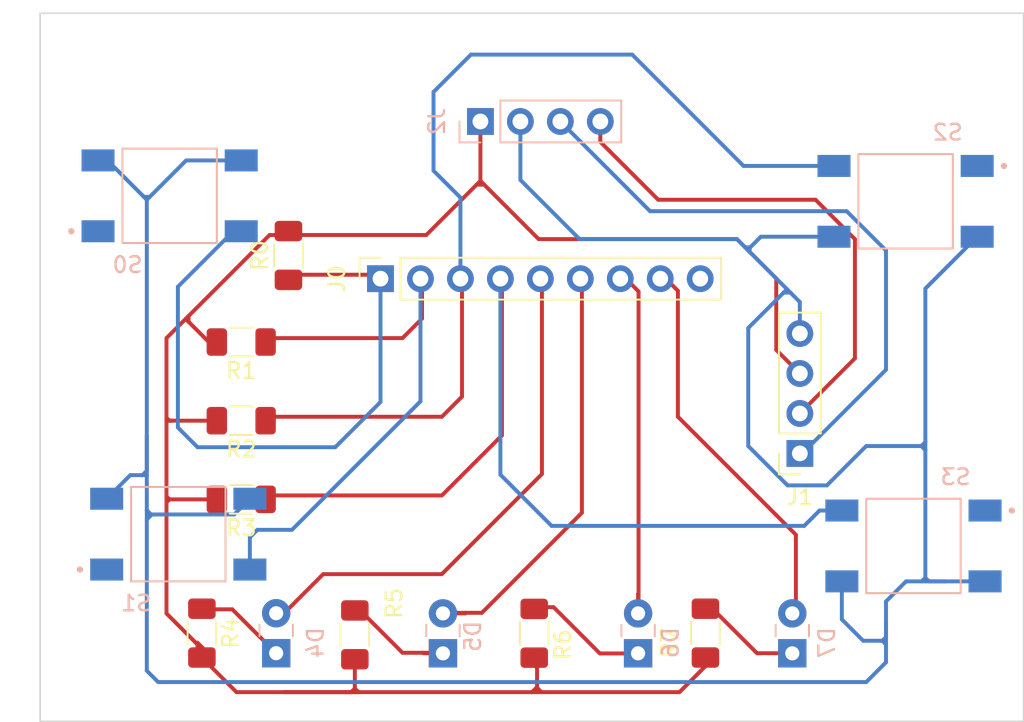
<source format=kicad_pcb>
(kicad_pcb (version 20211014) (generator pcbnew)
  (layers (0 "F.Cu" signal) (31 "B.Cu" signal) (34 "B.Paste" user) (35 "F.Paste" user) (36 "B.SilkS" user "B.Silkscreen") (37 "F.SilkS" user "F.Silkscreen") (38 "B.Mask" user) (39 "F.Mask" user) (44 "Edge.Cuts" user))
  (net 0 "")
  (net 1 "Net-(D4-Pad1)")
  (net 2 "Net-(D4-Pad2)")
  (net 3 "Net-(D5-Pad1)")
  (net 4 "Net-(D5-Pad2)")
  (net 5 "Net-(D6-Pad1)")
  (net 6 "Net-(D6-Pad2)")
  (net 7 "Net-(D7-Pad1)")
  (net 8 "Net-(D7-Pad2)")
  (net 9 "Net-(J0-Pad1)")
  (net 10 "Net-(J0-Pad2)")
  (net 11 "Net-(J0-Pad3)")
  (net 12 "Net-(J0-Pad4)")
  (net 14 "/SCL")
  (net 15 "Net-(J1-Pad2)")
  (net 16 "GND")
  (net 17 "VCC")
  (footprint "Connector_PinSocket_2.54mm:PinSocket_1x09_P2.54mm_Vertical" (layer "F.Cu") (at 36.63 31.865 90)
    (fp_text reference "J0" (at 0 -2.77 90) (layer "F.SilkS"))
    (fp_text value "Conn_01x09_Female")
    (fp_line (start 1.33 1.27) (end 1.33 21.65) (layer "F.SilkS") (width 0.12))
    (fp_line (start -1.33 1.27) (end -1.33 21.65) (layer "F.SilkS") (width 0.12))
    (fp_line (start -1.33 21.65) (end 1.33 21.65) (layer "F.SilkS") (width 0.12))
    (fp_line (start 0 -1.33) (end 1.33 -1.33) (layer "F.SilkS") (width 0.12))
    (fp_line (start -1.33 1.27) (end 1.33 1.27) (layer "F.SilkS") (width 0.12))
    (fp_line (start 1.33 -1.33) (end 1.33 0) (layer "F.SilkS") (width 0.12))
    (pad "1" thru_hole rect (at 0 0 90) (size 1.7 1.7) (drill 1) (layers *.Cu *.Mask) (net 9 "Net-(J0-Pad1)"))
    (pad "2" thru_hole oval (at 0 2.54 90) (size 1.7 1.7) (drill 1) (layers *.Cu *.Mask) (net 10 "Net-(J0-Pad2)"))
    (pad "3" thru_hole oval (at 0 5.08 90) (size 1.7 1.7) (drill 1) (layers *.Cu *.Mask) (net 11 "Net-(J0-Pad3)"))
    (pad "4" thru_hole oval (at 0 7.62 90) (size 1.7 1.7) (drill 1) (layers *.Cu *.Mask) (net 12 "Net-(J0-Pad4)"))
    (pad "5" thru_hole oval (at 0 10.16 90) (size 1.7 1.7) (drill 1) (layers *.Cu *.Mask) (net 2 "Net-(D4-Pad2)"))
    (pad "6" thru_hole oval (at 0 12.7 90) (size 1.7 1.7) (drill 1) (layers *.Cu *.Mask) (net 4 "Net-(D5-Pad2)"))
    (pad "7" thru_hole oval (at 0 15.24 90) (size 1.7 1.7) (drill 1) (layers *.Cu *.Mask) (net 6 "Net-(D6-Pad2)"))
    (pad "8" thru_hole oval (at 0 17.78 90) (size 1.7 1.7) (drill 1) (layers *.Cu *.Mask) (net 8 "Net-(D7-Pad2)"))
    (pad "9" thru_hole oval (at 0 20.32 90) (size 1.7 1.7) (drill 1) (layers *.Cu *.Mask))
  )
  (footprint "Resistor_SMD:R_1206_3216Metric_Pad1.30x1.75mm_HandSolder" (layer "F.Cu") (at 27.78 40.89 180)
    (fp_text reference "R2" (at 0 -1.82) (layer "F.SilkS"))
    (fp_text value "10k")
    (fp_line (start -0.727064 -0.91) (end 0.727064 -0.91) (layer "F.SilkS") (width 0.12))
    (fp_line (start -0.727064 0.91) (end 0.727064 0.91) (layer "F.SilkS") (width 0.12))
    (pad "1" smd roundrect (at -1.55 0 180) (size 1.3 1.75) (layers "F.Cu" "F.Paste" "F.Mask") (roundrect_rratio 0.192308) (net 11 "Net-(J0-Pad3)"))
    (pad "2" smd roundrect (at 1.55 0 180) (size 1.3 1.75) (layers "F.Cu" "F.Paste" "F.Mask") (roundrect_rratio 0.192308) (net 16 "GND"))
  )
  (footprint "Connector_PinSocket_2.54mm:PinSocket_1x04_P2.54mm_Vertical" (layer "F.Cu") (at 63.28 42.97 180)
    (fp_text reference "J1" (at 0 -2.77) (layer "F.SilkS"))
    (fp_text value "Conn_01x04_Female")
    (fp_line (start 1.33 -1.33) (end 1.33 0) (layer "F.SilkS") (width 0.12))
    (fp_line (start 0 -1.33) (end 1.33 -1.33) (layer "F.SilkS") (width 0.12))
    (fp_line (start -1.33 8.95) (end 1.33 8.95) (layer "F.SilkS") (width 0.12))
    (fp_line (start -1.33 1.27) (end -1.33 8.95) (layer "F.SilkS") (width 0.12))
    (fp_line (start 1.33 1.27) (end 1.33 8.95) (layer "F.SilkS") (width 0.12))
    (fp_line (start -1.33 1.27) (end 1.33 1.27) (layer "F.SilkS") (width 0.12))
    (pad "1" thru_hole rect (at 0 0 180) (size 1.7 1.7) (drill 1) (layers *.Cu *.Mask) (net 14 "/SCL"))
    (pad "2" thru_hole oval (at 0 2.54 180) (size 1.7 1.7) (drill 1) (layers *.Cu *.Mask) (net 15 "Net-(J1-Pad2)"))
    (pad "3" thru_hole oval (at 0 5.08 180) (size 1.7 1.7) (drill 1) (layers *.Cu *.Mask) (net 16 "GND"))
    (pad "4" thru_hole oval (at 0 7.62 180) (size 1.7 1.7) (drill 1) (layers *.Cu *.Mask) (net 17 "VCC"))
  )
  (footprint "Resistor_SMD:R_1206_3216Metric_Pad1.30x1.75mm_HandSolder" (layer "F.Cu") (at 25.28 54.39 -90)
    (fp_text reference "R4" (at 0 -1.82 90) (layer "F.SilkS"))
    (fp_text value "10k")
    (fp_line (start -0.727064 0.91) (end 0.727064 0.91) (layer "F.SilkS") (width 0.12))
    (fp_line (start -0.727064 -0.91) (end 0.727064 -0.91) (layer "F.SilkS") (width 0.12))
    (pad "1" smd roundrect (at -1.55 0 270) (size 1.3 1.75) (layers "F.Cu" "F.Paste" "F.Mask") (roundrect_rratio 0.192308) (net 1 "Net-(D4-Pad1)"))
    (pad "2" smd roundrect (at 1.55 0 270) (size 1.3 1.75) (layers "F.Cu" "F.Paste" "F.Mask") (roundrect_rratio 0.192308) (net 16 "GND"))
  )
  (footprint "Resistor_SMD:R_1206_3216Metric_Pad1.30x1.75mm_HandSolder" (layer "F.Cu") (at 46.4 54.4 -90)
    (fp_text reference "R6" (at 0.727064 -1.82 90) (layer "F.SilkS"))
    (fp_text value "10k")
    (fp_line (start -0.727064 0.91) (end 0.727064 0.91) (layer "F.SilkS") (width 0.12))
    (fp_line (start -0.727064 -0.91) (end 0.727064 -0.91) (layer "F.SilkS") (width 0.12))
    (pad "1" smd roundrect (at -1.55 0 270) (size 1.3 1.75) (layers "F.Cu" "F.Paste" "F.Mask") (roundrect_rratio 0.192308) (net 5 "Net-(D6-Pad1)"))
    (pad "2" smd roundrect (at 1.55 0 270) (size 1.3 1.75) (layers "F.Cu" "F.Paste" "F.Mask") (roundrect_rratio 0.192308) (net 16 "GND"))
  )
  (footprint "Resistor_SMD:R_1206_3216Metric_Pad1.30x1.75mm_HandSolder" (layer "F.Cu") (at 57.28 54.39 -90)
    (fp_text reference "R7" (at 0.61 2.28 90) (layer "F.SilkS"))
    (fp_text value "10k")
    (fp_line (start -0.727064 -0.91) (end 0.727064 -0.91) (layer "F.SilkS") (width 0.12))
    (fp_line (start -0.727064 0.91) (end 0.727064 0.91) (layer "F.SilkS") (width 0.12))
    (pad "1" smd roundrect (at -1.55 0 270) (size 1.3 1.75) (layers "F.Cu" "F.Paste" "F.Mask") (roundrect_rratio 0.192308) (net 7 "Net-(D7-Pad1)"))
    (pad "2" smd roundrect (at 1.55 0 270) (size 1.3 1.75) (layers "F.Cu" "F.Paste" "F.Mask") (roundrect_rratio 0.192308) (net 16 "GND"))
  )
  (footprint "Resistor_SMD:R_1206_3216Metric_Pad1.30x1.75mm_HandSolder" (layer "F.Cu") (at 27.78 45.89 180)
    (fp_text reference "R3" (at 0 -1.82) (layer "F.SilkS"))
    (fp_text value "10k")
    (fp_line (start -0.727064 -0.91) (end 0.727064 -0.91) (layer "F.SilkS") (width 0.12))
    (fp_line (start -0.727064 0.91) (end 0.727064 0.91) (layer "F.SilkS") (width 0.12))
    (pad "1" smd roundrect (at -1.55 0 180) (size 1.3 1.75) (layers "F.Cu" "F.Paste" "F.Mask") (roundrect_rratio 0.192308) (net 12 "Net-(J0-Pad4)"))
    (pad "2" smd roundrect (at 1.55 0 180) (size 1.3 1.75) (layers "F.Cu" "F.Paste" "F.Mask") (roundrect_rratio 0.192308) (net 16 "GND"))
  )
  (footprint "Resistor_SMD:R_1206_3216Metric_Pad1.30x1.75mm_HandSolder" (layer "F.Cu") (at 30.78 30.39 90)
    (fp_text reference "R0" (at 0 -1.82 90) (layer "F.SilkS"))
    (fp_text value "10k")
    (fp_line (start -0.727064 0.91) (end 0.727064 0.91) (layer "F.SilkS") (width 0.12))
    (fp_line (start -0.727064 -0.91) (end 0.727064 -0.91) (layer "F.SilkS") (width 0.12))
    (pad "1" smd roundrect (at -1.55 0 90) (size 1.3 1.75) (layers "F.Cu" "F.Paste" "F.Mask") (roundrect_rratio 0.192308) (net 9 "Net-(J0-Pad1)"))
    (pad "2" smd roundrect (at 1.55 0 90) (size 1.3 1.75) (layers "F.Cu" "F.Paste" "F.Mask") (roundrect_rratio 0.192308) (net 16 "GND"))
  )
  (footprint "Resistor_SMD:R_1206_3216Metric_Pad1.30x1.75mm_HandSolder" (layer "F.Cu") (at 35 54.5 -90)
    (fp_text reference "R5" (at -2 -2.5 90) (layer "F.SilkS"))
    (fp_text value "10k")
    (fp_line (start -0.727064 -0.91) (end 0.727064 -0.91) (layer "F.SilkS") (width 0.12))
    (fp_line (start -0.727064 0.91) (end 0.727064 0.91) (layer "F.SilkS") (width 0.12))
    (pad "1" smd roundrect (at -1.55 0 270) (size 1.3 1.75) (layers "F.Cu" "F.Paste" "F.Mask") (roundrect_rratio 0.192308) (net 3 "Net-(D5-Pad1)"))
    (pad "2" smd roundrect (at 1.55 0 270) (size 1.3 1.75) (layers "F.Cu" "F.Paste" "F.Mask") (roundrect_rratio 0.192308) (net 16 "GND"))
  )
  (footprint "Resistor_SMD:R_1206_3216Metric_Pad1.30x1.75mm_HandSolder" (layer "F.Cu") (at 27.78 35.89 180)
    (fp_text reference "R1" (at 0 -1.82) (layer "F.SilkS"))
    (fp_text value "10k")
    (fp_line (start -0.727064 -0.91) (end 0.727064 -0.91) (layer "F.SilkS") (width 0.12))
    (fp_line (start -0.727064 0.91) (end 0.727064 0.91) (layer "F.SilkS") (width 0.12))
    (pad "1" smd roundrect (at -1.55 0 180) (size 1.3 1.75) (layers "F.Cu" "F.Paste" "F.Mask") (roundrect_rratio 0.192308) (net 10 "Net-(J0-Pad2)"))
    (pad "2" smd roundrect (at 1.55 0 180) (size 1.3 1.75) (layers "F.Cu" "F.Paste" "F.Mask") (roundrect_rratio 0.192308) (net 16 "GND"))
  )
  (footprint "LED_THT:LED_Rectangular_W3.0mm_H2.0mm" (layer "B.Cu") (at 30 55.665 90)
    (fp_text reference "D4" (at 0.665 2.5 90) (layer "B.SilkS") (effects (justify mirror)))
    (fp_text value "LED")
    (fp_line (start 1.08 1.06) (end 1.811 1.06) (layer "B.SilkS") (width 0.12))
    (fp_line (start 1.08 -1.06) (end 1.811 -1.06) (layer "B.SilkS") (width 0.12))
    (pad "1" thru_hole rect (at 0 0 90) (size 1.8 1.8) (drill 0.9) (layers *.Cu *.Mask) (net 1 "Net-(D4-Pad1)"))
    (pad "2" thru_hole circle (at 2.54 0 90) (size 1.8 1.8) (drill 0.9) (layers *.Cu *.Mask) (net 2 "Net-(D4-Pad2)"))
  )
  (footprint "KiCad:SW_TS04-66-55-BK-160-SMT" (layer "B.Cu") (at 70.5 48.85 180)
    (fp_text reference "S3" (at -2.675 4.385) (layer "B.SilkS") (effects (justify mirror)))
    (fp_text value "TS04-66-55-BK-160-SMT")
    (fp_line (start -3 -3) (end 3 -3) (layer "B.SilkS") (width 0.127))
    (fp_line (start -3 3) (end -3 -3) (layer "B.SilkS") (width 0.127))
    (fp_line (start 3 3) (end -3 3) (layer "B.SilkS") (width 0.127))
    (fp_line (start 3 -3) (end 3 3) (layer "B.SilkS") (width 0.127))
    (fp_circle (center -6.25 2.25) (end -6.15 2.25) (layer "B.SilkS") (width 0.2) (fill none))
    (pad "1" smd rect locked (at -4.55 2.25 180) (size 2.1 1.4) (layers "B.Cu" "B.Paste" "B.Mask"))
    (pad "2" smd rect locked (at -4.55 -2.25 180) (size 2.1 1.4) (layers "B.Cu" "B.Paste" "B.Mask") (net 17 "VCC"))
    (pad "3" smd rect locked (at 4.55 2.25 180) (size 2.1 1.4) (layers "B.Cu" "B.Paste" "B.Mask") (net 12 "Net-(J0-Pad4)"))
    (pad "4" smd rect locked (at 4.55 -2.25 180) (size 2.1 1.4) (layers "B.Cu" "B.Paste" "B.Mask") (net 17 "VCC"))
  )
  (footprint "Connector_PinSocket_2.54mm:PinSocket_1x04_P2.54mm_Vertical" (layer "B.Cu") (at 42.98 21.875 -90)
    (fp_text reference "J2" (at 0 2.77 90) (layer "B.SilkS") (effects (justify mirror)))
    (fp_text value "Conn_01x04_Female")
    (fp_line (start 1.33 1.33) (end 1.33 0) (layer "B.SilkS") (width 0.12))
    (fp_line (start -1.33 -8.95) (end 1.33 -8.95) (layer "B.SilkS") (width 0.12))
    (fp_line (start 1.33 -1.27) (end 1.33 -8.95) (layer "B.SilkS") (width 0.12))
    (fp_line (start 0 1.33) (end 1.33 1.33) (layer "B.SilkS") (width 0.12))
    (fp_line (start -1.33 -1.27) (end 1.33 -1.27) (layer "B.SilkS") (width 0.12))
    (fp_line (start -1.33 -1.27) (end -1.33 -8.95) (layer "B.SilkS") (width 0.12))
    (pad "1" thru_hole rect (at 0 0 270) (size 1.7 1.7) (drill 1) (layers *.Cu *.Mask) (net 16 "GND"))
    (pad "2" thru_hole oval (at 0 -2.54 270) (size 1.7 1.7) (drill 1) (layers *.Cu *.Mask) (net 17 "VCC"))
    (pad "3" thru_hole oval (at 0 -5.08 270) (size 1.7 1.7) (drill 1) (layers *.Cu *.Mask) (net 14 "/SCL"))
    (pad "4" thru_hole oval (at 0 -7.62 270) (size 1.7 1.7) (drill 1) (layers *.Cu *.Mask) (net 15 "Net-(J1-Pad2)"))
  )
  (footprint "LED_THT:LED_Rectangular_W3.0mm_H2.0mm" (layer "B.Cu") (at 53 55.675 90)
    (fp_text reference "D6" (at 0.675 2.06 90) (layer "B.SilkS") (effects (justify mirror)))
    (fp_text value "LED")
    (fp_line (start 1.08 -1.06) (end 1.811 -1.06) (layer "B.SilkS") (width 0.12))
    (fp_line (start 1.08 1.06) (end 1.811 1.06) (layer "B.SilkS") (width 0.12))
    (pad "1" thru_hole rect (at 0 0 90) (size 1.8 1.8) (drill 0.9) (layers *.Cu *.Mask) (net 5 "Net-(D6-Pad1)"))
    (pad "2" thru_hole circle (at 2.54 0 90) (size 1.8 1.8) (drill 0.9) (layers *.Cu *.Mask) (net 6 "Net-(D6-Pad2)"))
  )
  (footprint "LED_THT:LED_Rectangular_W3.0mm_H2.0mm" (layer "B.Cu") (at 40.6 55.675 90)
    (fp_text reference "D5" (at 1.08 1.9 90) (layer "B.SilkS") (effects (justify mirror)))
    (fp_text value "LED")
    (fp_line (start 1.08 -1.06) (end 1.811 -1.06) (layer "B.SilkS") (width 0.12))
    (fp_line (start 1.08 1.06) (end 1.811 1.06) (layer "B.SilkS") (width 0.12))
    (pad "1" thru_hole rect (at 0 0 90) (size 1.8 1.8) (drill 0.9) (layers *.Cu *.Mask) (net 3 "Net-(D5-Pad1)"))
    (pad "2" thru_hole circle (at 2.54 0 90) (size 1.8 1.8) (drill 0.9) (layers *.Cu *.Mask) (net 4 "Net-(D5-Pad2)"))
  )
  (footprint "KiCad:SW_TS04-66-55-BK-160-SMT" (layer "B.Cu") (at 23.78 48.1)
    (fp_text reference "S1" (at -2.675 4.385) (layer "B.SilkS") (effects (justify mirror)))
    (fp_text value "TS04-66-55-BK-160-SMT")
    (fp_line (start 3 -3) (end 3 3) (layer "B.SilkS") (width 0.127))
    (fp_line (start -3 -3) (end 3 -3) (layer "B.SilkS") (width 0.127))
    (fp_line (start 3 3) (end -3 3) (layer "B.SilkS") (width 0.127))
    (fp_line (start -3 3) (end -3 -3) (layer "B.SilkS") (width 0.127))
    (fp_circle (center -6.25 2.25) (end -6.15 2.25) (layer "B.SilkS") (width 0.2) (fill none))
    (pad "1" smd rect locked (at -4.55 2.25) (size 2.1 1.4) (layers "B.Cu" "B.Paste" "B.Mask"))
    (pad "2" smd rect locked (at -4.55 -2.25) (size 2.1 1.4) (layers "B.Cu" "B.Paste" "B.Mask") (net 17 "VCC"))
    (pad "3" smd rect locked (at 4.55 2.25) (size 2.1 1.4) (layers "B.Cu" "B.Paste" "B.Mask") (net 10 "Net-(J0-Pad2)"))
    (pad "4" smd rect locked (at 4.55 -2.25) (size 2.1 1.4) (layers "B.Cu" "B.Paste" "B.Mask") (net 17 "VCC"))
  )
  (footprint "KiCad:SW_TS04-66-55-BK-160-SMT" (layer "B.Cu") (at 23.23 26.6)
    (fp_text reference "S0" (at -2.675 4.385) (layer "B.SilkS") (effects (justify mirror)))
    (fp_text value "TS04-66-55-BK-160-SMT")
    (fp_line (start 3 -3) (end 3 3) (layer "B.SilkS") (width 0.127))
    (fp_line (start -3 3) (end -3 -3) (layer "B.SilkS") (width 0.127))
    (fp_line (start -3 -3) (end 3 -3) (layer "B.SilkS") (width 0.127))
    (fp_line (start 3 3) (end -3 3) (layer "B.SilkS") (width 0.127))
    (fp_circle (center -6.25 2.25) (end -6.15 2.25) (layer "B.SilkS") (width 0.2) (fill none))
    (pad "1" smd rect locked (at -4.55 2.25) (size 2.1 1.4) (layers "B.Cu" "B.Paste" "B.Mask"))
    (pad "2" smd rect locked (at -4.55 -2.25) (size 2.1 1.4) (layers "B.Cu" "B.Paste" "B.Mask") (net 17 "VCC"))
    (pad "3" smd rect locked (at 4.55 2.25) (size 2.1 1.4) (layers "B.Cu" "B.Paste" "B.Mask") (net 9 "Net-(J0-Pad1)"))
    (pad "4" smd rect locked (at 4.55 -2.25) (size 2.1 1.4) (layers "B.Cu" "B.Paste" "B.Mask") (net 17 "VCC"))
  )
  (footprint "LED_THT:LED_Rectangular_W3.0mm_H2.0mm" (layer "B.Cu") (at 62.8 55.675 90)
    (fp_text reference "D7" (at 0.675 2.2 90) (layer "B.SilkS") (effects (justify mirror)))
    (fp_text value "LED")
    (fp_line (start 1.08 -1.06) (end 1.811 -1.06) (layer "B.SilkS") (width 0.12))
    (fp_line (start 1.08 1.06) (end 1.811 1.06) (layer "B.SilkS") (width 0.12))
    (pad "1" thru_hole rect (at 0 0 90) (size 1.8 1.8) (drill 0.9) (layers *.Cu *.Mask) (net 7 "Net-(D7-Pad1)"))
    (pad "2" thru_hole circle (at 2.54 0 90) (size 1.8 1.8) (drill 0.9) (layers *.Cu *.Mask) (net 8 "Net-(D7-Pad2)"))
  )
  (footprint "KiCad:SW_TS04-66-55-BK-160-SMT" (layer "B.Cu") (at 70 26.95 180)
    (fp_text reference "S2" (at -2.675 4.385) (layer "B.SilkS") (effects (justify mirror)))
    (fp_text value "TS04-66-55-BK-160-SMT")
    (fp_line (start 3 -3) (end 3 3) (layer "B.SilkS") (width 0.127))
    (fp_line (start 3 3) (end -3 3) (layer "B.SilkS") (width 0.127))
    (fp_line (start -3 3) (end -3 -3) (layer "B.SilkS") (width 0.127))
    (fp_line (start -3 -3) (end 3 -3) (layer "B.SilkS") (width 0.127))
    (fp_circle (center -6.25 2.25) (end -6.15 2.25) (layer "B.SilkS") (width 0.2) (fill none))
    (pad "1" smd rect locked (at -4.55 2.25 180) (size 2.1 1.4) (layers "B.Cu" "B.Paste" "B.Mask"))
    (pad "2" smd rect locked (at -4.55 -2.25 180) (size 2.1 1.4) (layers "B.Cu" "B.Paste" "B.Mask") (net 17 "VCC"))
    (pad "3" smd rect locked (at 4.55 2.25 180) (size 2.1 1.4) (layers "B.Cu" "B.Paste" "B.Mask") (net 11 "Net-(J0-Pad3)"))
    (pad "4" smd rect locked (at 4.55 -2.25 180) (size 2.1 1.4) (layers "B.Cu" "B.Paste" "B.Mask") (net 17 "VCC"))
  )
  (gr_rect (start 15 15) (end 77.5 60) (layer "Edge.Cuts") (width 0.1) (fill none))
  (gr_rect (start 12.5 15) (end 12.5 15) (layer "Edge.Cuts") (width 0.1) (fill none))
  (segment (start 27.21 52.875) (end 28.4175 54.0825) (width 0.25) (layer "F.Cu") (net 1))
  (segment (start 25.315 52.875) (end 25.28 52.84) (width 0.25) (layer "F.Cu") (net 1))
  (segment (start 27.21 52.875) (end 25.315 52.875) (width 0.25) (layer "F.Cu") (net 1))
  (segment (start 28.4175 54.0825) (end 30 55.665) (width 0.25) (layer "F.Cu") (net 1))
  (segment (start 40.53 50.64) (end 46.89 44.28) (width 0.25) (layer "F.Cu") (net 2))
  (segment (start 30.505 53.125) (end 32.99 50.64) (width 0.25) (layer "F.Cu") (net 2))
  (segment (start 46.89 44.28) (end 46.89 31.615) (width 0.25) (layer "F.Cu") (net 2))
  (segment (start 30.28 53.125) (end 30.505 53.125) (width 0.25) (layer "F.Cu") (net 2))
  (segment (start 32.99 50.64) (end 40.53 50.64) (width 0.25) (layer "F.Cu") (net 2))
  (segment (start 35 52.95) (end 35.34 52.95) (width 0.25) (layer "F.Cu") (net 3))
  (segment (start 40.53 55.64) (end 39.36 55.64) (width 0.25) (layer "F.Cu") (net 3))
  (segment (start 38.03 55.64) (end 39.36 55.64) (width 0.25) (layer "F.Cu") (net 3))
  (segment (start 35.34 52.95) (end 38.03 55.64) (width 0.25) (layer "F.Cu") (net 3))
  (segment (start 39.36 55.64) (end 39.385 55.665) (width 0.25) (layer "F.Cu") (net 3))
  (segment (start 39.385 55.665) (end 40.78 55.665) (width 0.25) (layer "F.Cu") (net 3))
  (segment (start 49.43 46.74) (end 49.43 31.615) (width 0.25) (layer "F.Cu") (net 4))
  (segment (start 42.05 53.1) (end 43.07 53.1) (width 0.25) (layer "F.Cu") (net 4))
  (segment (start 40.6 53.135) (end 42.015 53.135) (width 0.25) (layer "F.Cu") (net 4))
  (segment (start 43.07 53.1) (end 49.43 46.74) (width 0.25) (layer "F.Cu") (net 4))
  (segment (start 40.53 53.1) (end 42.05 53.1) (width 0.25) (layer "F.Cu") (net 4))
  (segment (start 42.015 53.135) (end 42.05 53.1) (width 0.25) (layer "F.Cu") (net 4))
  (segment (start 53.03 55.68) (end 50.57 55.68) (width 0.25) (layer "F.Cu") (net 5))
  (segment (start 47.63 52.74) (end 46.58 52.74) (width 0.25) (layer "F.Cu") (net 5))
  (segment (start 50.57 55.68) (end 47.63 52.74) (width 0.25) (layer "F.Cu") (net 5))
  (segment (start 53.03 32.675) (end 53.03 51.87) (width 0.25) (layer "F.Cu") (net 6))
  (segment (start 53 51.9) (end 53.03 51.87) (width 0.25) (layer "F.Cu") (net 6))
  (segment (start 51.97 31.615) (end 53.03 32.675) (width 0.25) (layer "F.Cu") (net 6))
  (segment (start 53.03 51.87) (end 53.03 53.14) (width 0.25) (layer "F.Cu") (net 6))
  (segment (start 53 53.135) (end 53 51.9) (width 0.25) (layer "F.Cu") (net 6))
  (segment (start 57.28 52.84) (end 57.73 52.84) (width 0.25) (layer "F.Cu") (net 7))
  (segment (start 57.73 52.84) (end 60.555 55.665) (width 0.25) (layer "F.Cu") (net 7))
  (segment (start 60.555 55.665) (end 62.78 55.665) (width 0.25) (layer "F.Cu") (net 7))
  (segment (start 63.03 48.14) (end 55.53 40.64) (width 0.25) (layer "F.Cu") (net 8))
  (segment (start 55.53 32.635) (end 54.51 31.615) (width 0.25) (layer "F.Cu") (net 8))
  (segment (start 55.53 40.64) (end 55.53 32.635) (width 0.25) (layer "F.Cu") (net 8))
  (segment (start 63.03 52.67) (end 63.03 48.14) (width 0.25) (layer "F.Cu") (net 8))
  (segment (start 63.03 53.1) (end 63.03 52.67) (width 0.25) (layer "F.Cu") (net 8))
  (segment (start 30.53 32.19) (end 31.105 31.615) (width 0.25) (layer "F.Cu") (net 9))
  (segment (start 31.105 31.615) (end 36.73 31.615) (width 0.25) (layer "F.Cu") (net 9))
  (segment (start 36.63 39.7) (end 33.755 42.575) (width 0.25) (layer "B.Cu") (net 9))
  (segment (start 36.63 31.865) (end 36.63 39.7) (width 0.25) (layer "B.Cu") (net 9))
  (segment (start 27.28 28.85) (end 27.78 28.85) (width 0.25) (layer "B.Cu") (net 9))
  (segment (start 23.755 41.325) (end 23.755 32.375) (width 0.25) (layer "B.Cu") (net 9))
  (segment (start 25.005 42.575) (end 23.755 41.325) (width 0.25) (layer "B.Cu") (net 9))
  (segment (start 33.755 42.575) (end 25.005 42.575) (width 0.25) (layer "B.Cu") (net 9))
  (segment (start 23.755 32.375) (end 27.28 28.85) (width 0.25) (layer "B.Cu") (net 9))
  (segment (start 29.58 35.64) (end 38.03 35.64) (width 0.25) (layer "F.Cu") (net 10))
  (segment (start 38.03 35.64) (end 39.27 34.4) (width 0.25) (layer "F.Cu") (net 10))
  (segment (start 39.27 34.4) (end 39.27 31.615) (width 0.25) (layer "F.Cu") (net 10))
  (segment (start 28.805 47.825) (end 28.33 48.3) (width 0.25) (layer "B.Cu") (net 10))
  (segment (start 39.17 31.865) (end 39.17 39.66) (width 0.25) (layer "B.Cu") (net 10))
  (segment (start 28.33 48.3) (end 28.33 50.35) (width 0.25) (layer "B.Cu") (net 10))
  (segment (start 39.17 39.66) (end 31.005 47.825) (width 0.25) (layer "B.Cu") (net 10))
  (segment (start 28.805 47.825) (end 31.005 47.825) (width 0.25) (layer "B.Cu") (net 10))
  (segment (start 29.58 40.64) (end 40.53 40.64) (width 0.25) (layer "F.Cu") (net 11))
  (segment (start 41.81 39.36) (end 41.81 31.615) (width 0.25) (layer "F.Cu") (net 11))
  (segment (start 40.53 40.64) (end 41.81 39.36) (width 0.25) (layer "F.Cu") (net 11))
  (segment (start 40 20) (end 42.375 17.625) (width 0.25) (layer "B.Cu") (net 11))
  (segment (start 59.7 24.7) (end 65.45 24.7) (width 0.25) (layer "B.Cu") (net 11))
  (segment (start 52.625 17.625) (end 59.7 24.7) (width 0.25) (layer "B.Cu") (net 11))
  (segment (start 41.71 26.71) (end 40 25) (width 0.25) (layer "B.Cu") (net 11))
  (segment (start 42.375 17.625) (end 52.625 17.625) (width 0.25) (layer "B.Cu") (net 11))
  (segment (start 41.71 31.865) (end 41.71 26.71) (width 0.25) (layer "B.Cu") (net 11))
  (segment (start 40 25) (end 40 20) (width 0.25) (layer "B.Cu") (net 11))
  (segment (start 44.35 41.82) (end 44.35 31.615) (width 0.25) (layer "F.Cu") (net 12))
  (segment (start 40.53 45.64) (end 44.35 41.82) (width 0.25) (layer "F.Cu") (net 12))
  (segment (start 29.58 45.64) (end 40.53 45.64) (width 0.25) (layer "F.Cu") (net 12))
  (segment (start 63.555 47.575) (end 64.53 46.6) (width 0.25) (layer "B.Cu") (net 12))
  (segment (start 65.95 46.6) (end 64.53 46.6) (width 0.25) (layer "B.Cu") (net 12))
  (segment (start 44.25 31.865) (end 44.25 44.32) (width 0.25) (layer "B.Cu") (net 12))
  (segment (start 44.25 44.32) (end 47.505 47.575) (width 0.25) (layer "B.Cu") (net 12))
  (segment (start 47.505 47.575) (end 63.555 47.575) (width 0.25) (layer "B.Cu") (net 12))
  (segment (start 66.255 27.575) (end 53.76 27.575) (width 0.25) (layer "B.Cu") (net 14))
  (segment (start 68.755 37.65) (end 68.755 30.075) (width 0.25) (layer "B.Cu") (net 14))
  (segment (start 53.76 27.575) (end 48.06 21.875) (width 0.25) (layer "B.Cu") (net 14))
  (segment (start 68.755 30.075) (end 66.255 27.575) (width 0.25) (layer "B.Cu") (net 14))
  (segment (start 63.605 42.8) (end 68.755 37.65) (width 0.25) (layer "B.Cu") (net 14))
  (segment (start 66.78 36.93) (end 66.78 29.35) (width 0.25) (layer "F.Cu") (net 15))
  (segment (start 63.28 40.43) (end 66.78 36.93) (width 0.25) (layer "F.Cu") (net 15))
  (segment (start 54.28 26.85) (end 50.6 23.17) (width 0.25) (layer "F.Cu") (net 15))
  (segment (start 64.28 26.85) (end 54.28 26.85) (width 0.25) (layer "F.Cu") (net 15))
  (segment (start 66.78 29.35) (end 64.28 26.85) (width 0.25) (layer "F.Cu") (net 15))
  (segment (start 50.6 23.17) (end 50.6 21.875) (width 0.25) (layer "F.Cu") (net 15))
  (segment (start 42.74 25.89) (end 43.21 25.89) (width 0.25) (layer "F.Cu") (net 16))
  (segment (start 26.23 45.89) (end 23.22 45.89) (width 0.25) (layer "F.Cu") (net 16))
  (segment (start 46.78 55.94) (end 46.78 56.02) (width 0.25) (layer "F.Cu") (net 16))
  (segment (start 46.68 29.35) (end 59.28 29.35) (width 0.25) (layer "F.Cu") (net 16))
  (segment (start 35 57.91) (end 35.23 58.14) (width 0.25) (layer "F.Cu") (net 16))
  (segment (start 27.48 58.14) (end 30.53 58.14) (width 0.25) (layer "F.Cu") (net 16))
  (segment (start 46.58 57.86) (end 46.86 58.14) (width 0.25) (layer "F.Cu") (net 16))
  (segment (start 30.53 58.14) (end 34.36 58.14) (width 0.25) (layer "F.Cu") (net 16))
  (segment (start 23.03 46.08) (end 23.03 45.7) (width 0.25) (layer "F.Cu") (net 16))
  (segment (start 23.22 45.89) (end 23.03 46.08) (width 0.25) (layer "F.Cu") (net 16))
  (segment (start 35 57.5) (end 35 57.91) (width 0.25) (layer "F.Cu") (net 16))
  (segment (start 61.78 36.39) (end 63.28 37.89) (width 0.25) (layer "F.Cu") (net 16))
  (segment (start 46.58 56.22) (end 46.58 56.58) (width 0.25) (layer "F.Cu") (net 16))
  (segment (start 34.36 58.14) (end 35.23 58.14) (width 0.25) (layer "F.Cu") (net 16))
  (segment (start 25.72 35.89) (end 24.49 34.66) (width 0.25) (layer "F.Cu") (net 16))
  (segment (start 46.58 57.82) (end 46.58 57.86) (width 0.25) (layer "F.Cu") (net 16))
  (segment (start 34.77 58.14) (end 34.36 58.14) (width 0.25) (layer "F.Cu") (net 16))
  (segment (start 59.28 29.35) (end 61.78 31.85) (width 0.25) (layer "F.Cu") (net 16))
  (segment (start 61.78 31.85) (end 61.78 36.39) (width 0.25) (layer "F.Cu") (net 16))
  (segment (start 23.03 45.7) (end 23.03 40.97) (width 0.25) (layer "F.Cu") (net 16))
  (segment (start 39.54 29.09) (end 42.74 25.89) (width 0.25) (layer "F.Cu") (net 16))
  (segment (start 25.92 56.58) (end 27.48 58.14) (width 0.25) (layer "F.Cu") (net 16))
  (segment (start 23.22 45.89) (end 23.03 45.7) (width 0.25) (layer "F.Cu") (net 16))
  (segment (start 23.03 53.14) (end 23.03 46.08) (width 0.25) (layer "F.Cu") (net 16))
  (segment (start 26.23 40.89) (end 23.39 40.89) (width 0.25) (layer "F.Cu") (net 16))
  (segment (start 46.58 56.58) (end 46.58 57.82) (width 0.25) (layer "F.Cu") (net 16))
  (segment (start 55.63 58.14) (end 56.885 56.885) (width 0.25) (layer "F.Cu") (net 16))
  (segment (start 46.86 58.14) (end 55.63 58.14) (width 0.25) (layer "F.Cu") (net 16))
  (segment (start 25 55) (end 25.92 55.92) (width 0.25) (layer "F.Cu") (net 16))
  (segment (start 25.28 55.94) (end 25 55.66) (width 0.25) (layer "F.Cu") (net 16))
  (segment (start 46.78 56.02) (end 46.58 56.22) (width 0.25) (layer "F.Cu") (net 16))
  (segment (start 46.24 58.14) (end 46.86 58.14) (width 0.25) (layer "F.Cu") (net 16))
  (segment (start 43.21 25.89) (end 43.215 25.885) (width 0.25) (layer "F.Cu") (net 16))
  (segment (start 23.11 40.89) (end 23.03 40.97) (width 0.25) (layer "F.Cu") (net 16))
  (segment (start 23.03 40.97) (end 23.03 40.7) (width 0.25) (layer "F.Cu") (net 16))
  (segment (start 23.39 40.89) (end 23.11 40.89) (width 0.25) (layer "F.Cu") (net 16))
  (segment (start 23.22 40.89) (end 23.03 40.7) (width 0.25) (layer "F.Cu") (net 16))
  (segment (start 24.435 34.235) (end 29.58 29.09) (width 0.25) (layer "F.Cu") (net 16))
  (segment (start 43.215 25.885) (end 46.68 29.35) (width 0.25) (layer "F.Cu") (net 16))
  (segment (start 23.03 35.64) (end 24.25 34.42) (width 0.25) (layer "F.Cu") (net 16))
  (segment (start 42.98 25.65) (end 43.215 25.885) (width 0.25) (layer "F.Cu") (net 16))
  (segment (start 30.53 58.14) (end 46.24 58.14) (width 0.25) (layer "F.Cu") (net 16))
  (segment (start 25.28 55.94) (end 25.28 55.39) (width 0.25) (layer "F.Cu") (net 16))
  (segment (start 23.03 40.7) (end 23.03 35.64) (width 0.25) (layer "F.Cu") (net 16))
  (segment (start 35 57.91) (end 34.77 58.14) (width 0.25) (layer "F.Cu") (net 16))
  (segment (start 46.26 58.14) (end 46.58 57.82) (width 0.25) (layer "F.Cu") (net 16))
  (segment (start 35 55.9) (end 35 57.5) (width 0.25) (layer "F.Cu") (net 16))
  (segment (start 46.58 58.09) (end 46.53 58.14) (width 0.25) (layer "F.Cu") (net 16))
  (segment (start 46.58 57.82) (end 46.58 58.09) (width 0.25) (layer "F.Cu") (net 16))
  (segment (start 57.28 55.94) (end 57.28 56.49) (width 0.25) (layer "F.Cu") (net 16))
  (segment (start 24.49 34.66) (end 24.435 34.605) (width 0.25) (layer "F.Cu") (net 16))
  (segment (start 42.98 25.65) (end 42.98 21.875) (width 0.25) (layer "F.Cu") (net 16))
  (segment (start 25.92 55.92) (end 25.92 56.58) (width 0.25) (layer "F.Cu") (net 16))
  (segment (start 42.74 25.89) (end 42.98 25.65) (width 0.25) (layer "F.Cu") (net 16))
  (segment (start 57.28 56.49) (end 56.885 56.885) (width 0.25) (layer "F.Cu") (net 16))
  (segment (start 46.4 56.4) (end 46.58 56.58) (width 0.25) (layer "F.Cu") (net 16))
  (segment (start 46.58 55.84) (end 46.58 56.22) (width 0.25) (layer "F.Cu") (net 16))
  (segment (start 24.49 34.66) (end 24.25 34.42) (width 0.25) (layer "F.Cu") (net 16))
  (segment (start 25 55.66) (end 25 55) (width 0.25) (layer "F.Cu") (net 16))
  (segment (start 26.23 35.89) (end 25.72 35.89) (width 0.25) (layer "F.Cu") (net 16))
  (segment (start 24.25 34.42) (end 24.435 34.235) (width 0.25) (layer "F.Cu") (net 16))
  (segment (start 46.24 58.14) (end 46.26 58.14) (width 0.25) (layer "F.Cu") (net 16))
  (segment (start 24.435 34.605) (end 24.435 34.235) (width 0.25) (layer "F.Cu") (net 16))
  (segment (start 25.28 55.39) (end 23.03 53.14) (width 0.25) (layer "F.Cu") (net 16))
  (segment (start 29.58 29.09) (end 39.54 29.09) (width 0.25) (layer "F.Cu") (net 16))
  (segment (start 23.39 40.89) (end 23.22 40.89) (width 0.25) (layer "F.Cu") (net 16))
  (segment (start 49.28 29.35) (end 59.28 29.35) (width 0.25) (layer "B.Cu") (net 17))
  (segment (start 68.525 54.875) (end 68.755 54.645) (width 0.25) (layer "B.Cu") (net 17))
  (segment (start 71.255 50.875) (end 71.255 42.755) (width 0.25) (layer "B.Cu") (net 17))
  (segment (start 65.95 51.1) (end 65.95 53.52) (width 0.25) (layer "B.Cu") (net 17))
  (segment (start 21.5 44.35) (end 21.77 44.08) (width 0.25) (layer "B.Cu") (net 17))
  (segment (start 68.755 53.755) (end 68.755 54.645) (width 0.25) (layer "B.Cu") (net 17))
  (segment (start 21.78 44.08) (end 21.78 41.85) (width 0.25) (layer "B.Cu") (net 17))
  (segment (start 21.5 44.35) (end 21.76 44.35) (width 0.25) (layer "B.Cu") (net 17))
  (segment (start 60.125 29.875) (end 60.09 29.91) (width 0.25) (layer "B.Cu") (net 17))
  (segment (start 21.515 26.585) (end 21.595 26.665) (width 0.25) (layer "B.Cu") (net 17))
  (segment (start 63.28 33.35) (end 63.28 35.35) (width 0.25) (layer "B.Cu") (net 17))
  (segment (start 22.3 46.85) (end 22.1 46.85) (width 0.25) (layer "B.Cu") (net 17))
  (segment (start 21.78 41.85) (end 21.78 44.37) (width 0.25) (layer "B.Cu") (net 17))
  (segment (start 71.255 50.875) (end 71.03 51.1) (width 0.25) (layer "B.Cu") (net 17))
  (segment (start 65.95 53.52) (end 67.305 54.875) (width 0.25) (layer "B.Cu") (net 17))
  (segment (start 72.53 51.1) (end 71.03 51.1) (width 0.25) (layer "B.Cu") (net 17))
  (segment (start 21.77 44.08) (end 21.78 44.08) (width 0.25) (layer "B.Cu") (net 17))
  (segment (start 18.68 24.35) (end 19.28 24.35) (width 0.25) (layer "B.Cu") (net 17))
  (segment (start 71.255 32.495) (end 74.55 29.2) (width 0.25) (layer "B.Cu") (net 17))
  (segment (start 65.45 29.2) (end 60.8 29.2) (width 0.25) (layer "B.Cu") (net 17))
  (segment (start 71.255 50.875) (end 71.48 51.1) (width 0.25) (layer "B.Cu") (net 17))
  (segment (start 71.48 51.1) (end 72.53 51.1) (width 0.25) (layer "B.Cu") (net 17))
  (segment (start 19.28 24.35) (end 21.515 26.585) (width 0.25) (layer "B.Cu") (net 17))
  (segment (start 67.5 57.5) (end 68.755 56.245) (width 0.25) (layer "B.Cu") (net 17))
  (segment (start 67.305 54.875) (end 68.525 54.875) (width 0.25) (layer "B.Cu") (net 17))
  (segment (start 71.03 51.1) (end 70.03 51.1) (width 0.25) (layer "B.Cu") (net 17))
  (segment (start 62.715 32.785) (end 62.68 32.75) (width 0.25) (layer "B.Cu") (net 17))
  (segment (start 45.52 21.875) (end 45.52 25.59) (width 0.25) (layer "B.Cu") (net 17))
  (segment (start 22.05 46.85) (end 21.78 46.58) (width 0.25) (layer "B.Cu") (net 17))
  (segment (start 21.965 26.665) (end 21.78 26.85) (width 0.25) (layer "B.Cu") (net 17))
  (segment (start 22.5 57.5) (end 67.5 57.5) (width 0.25) (layer "B.Cu") (net 17))
  (segment (start 68.755 55.055) (end 68.755 53.755) (width 0.25) (layer "B.Cu") (net 17))
  (segment (start 71.255 42.245) (end 71.255 32.495) (width 0.25) (layer "B.Cu") (net 17))
  (segment (start 20.73 44.35) (end 21.5 44.35) (width 0.25) (layer "B.Cu") (net 17))
  (segment (start 62.25 32.75) (end 60 35) (width 0.25) (layer "B.Cu") (net 17))
  (segment (start 59.875 29.875) (end 60.125 29.875) (width 0.25) (layer "B.Cu") (net 17))
  (segment (start 68.525 54.875) (end 68.705 55.055) (width 0.25) (layer "B.Cu") (net 17))
  (segment (start 19.23 45.85) (end 20.73 44.35) (width 0.25) (layer "B.Cu") (net 17))
  (segment (start 71 42.5) (end 71.255 42.755) (width 0.25) (layer "B.Cu") (net 17))
  (segment (start 21.78 46.58) (end 21.78 56.78) (width 0.25) (layer "B.Cu") (net 17))
  (segment (start 70.03 51.1) (end 68.755 52.375) (width 0.25) (layer "B.Cu") (net 17))
  (segment (start 21.78 44.37) (end 21.78 46.58) (width 0.25) (layer "B.Cu") (net 17))
  (segment (start 60.09 30.16) (end 62.465 32.535) (width 0.25) (layer "B.Cu") (net 17))
  (segment (start 60.09 29.91) (end 60.09 30.16) (width 0.25) (layer "B.Cu") (net 17))
  (segment (start 27.78 24.35) (end 24.28 24.35) (width 0.25) (layer "B.Cu") (net 17))
  (segment (start 75.05 51.1) (end 72.53 51.1) (width 0.25) (layer "B.Cu") (net 17))
  (segment (start 71.255 42.755) (end 71.255 42.245) (width 0.25) (layer "B.Cu") (net 17))
  (segment (start 60.8 29.2) (end 60.125 29.875) (width 0.25) (layer "B.Cu") (net 17))
  (segment (start 60.125 29.875) (end 59.965 30.035) (width 0.25) (layer "B.Cu") (net 17))
  (segment (start 21.76 44.35) (end 21.78 44.37) (width 0.25) (layer "B.Cu") (net 17))
  (segment (start 59.84 29.91) (end 59.965 30.035) (width 0.25) (layer "B.Cu") (net 17))
  (segment (start 24.28 24.35) (end 21.965 26.665) (width 0.25) (layer "B.Cu") (net 17))
  (segment (start 68.705 55.055) (end 68.755 55.055) (width 0.25) (layer "B.Cu") (net 17))
  (segment (start 45.52 25.59) (end 49.28 29.35) (width 0.25) (layer "B.Cu") (net 17))
  (segment (start 60 42.5) (end 62.5 45) (width 0.25) (layer "B.Cu") (net 17))
  (segment (start 28.33 45.85) (end 27.33 46.85) (width 0.25) (layer "B.Cu") (net 17))
  (segment (start 68.755 56.245) (end 68.755 55.055) (width 0.25) (layer "B.Cu") (net 17))
  (segment (start 21.78 56.78) (end 22.5 57.5) (width 0.25) (layer "B.Cu") (net 17))
  (segment (start 21.595 26.665) (end 21.965 26.665) (width 0.25) (layer "B.Cu") (net 17))
  (segment (start 62.715 32.785) (end 63.28 33.35) (width 0.25) (layer "B.Cu") (net 17))
  (segment (start 59.28 29.35) (end 59.84 29.91) (width 0.25) (layer "B.Cu") (net 17))
  (segment (start 59.84 29.91) (end 59.875 29.875) (width 0.25) (layer "B.Cu") (net 17))
  (segment (start 68.755 52.375) (end 68.755 53.755) (width 0.25) (layer "B.Cu") (net 17))
  (segment (start 67.5 42.5) (end 71 42.5) (width 0.25) (layer "B.Cu") (net 17))
  (segment (start 65 45) (end 67.5 42.5) (width 0.25) (layer "B.Cu") (net 17))
  (segment (start 22.3 46.85) (end 22.05 46.85) (width 0.25) (layer "B.Cu") (net 17))
  (segment (start 27.33 46.85) (end 22.3 46.85) (width 0.25) (layer "B.Cu") (net 17))
  (segment (start 60 35) (end 60 42.5) (width 0.25) (layer "B.Cu") (net 17))
  (segment (start 59.965 30.035) (end 60.09 30.16) (width 0.25) (layer "B.Cu") (net 17))
  (segment (start 21.515 26.585) (end 21.78 26.85) (width 0.25) (layer "B.Cu") (net 17))
  (segment (start 21.78 26.85) (end 21.78 41.85) (width 0.25) (layer "B.Cu") (net 17))
  (segment (start 62.465 32.535) (end 62.715 32.785) (width 0.25) (layer "B.Cu") (net 17))
  (segment (start 62.68 32.75) (end 62.25 32.75) (width 0.25) (layer "B.Cu") (net 17))
  (segment (start 71 42.5) (end 71.255 42.245) (width 0.25) (layer "B.Cu") (net 17))
  (segment (start 62.465 32.535) (end 62.25 32.75) (width 0.25) (layer "B.Cu") (net 17))
  (segment (start 22.1 46.85) (end 21.78 47.17) (width 0.25) (layer "B.Cu") (net 17))
  (segment (start 62.5 45) (end 65 45) (width 0.25) (layer "B.Cu") (net 17))
)
</source>
